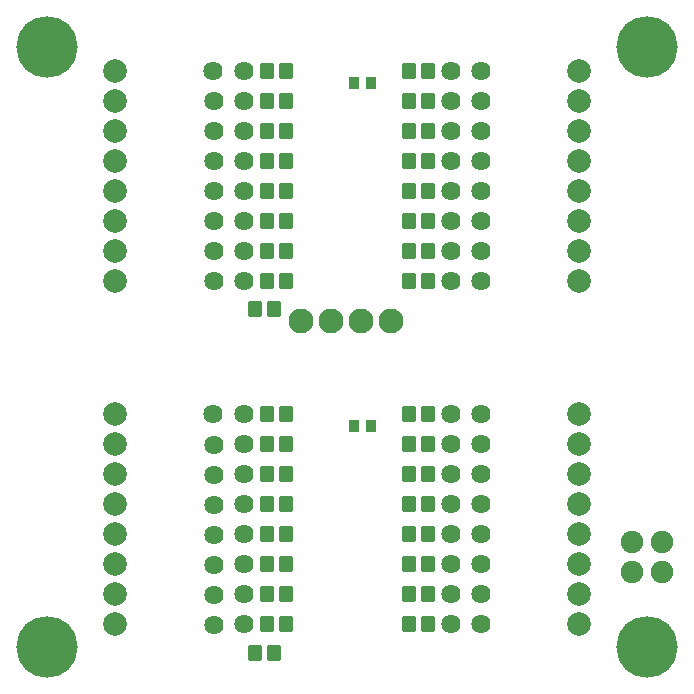
<source format=gbs>
G04 Layer: BottomSolderMaskLayer*
G04 Panelize: , Column: 2, Row: 2, Board Size: 58.42mm x 58.42mm, Panelized Board Size: 118.84mm x 118.84mm*
G04 EasyEDA v6.5.34, 2023-09-05 23:37:52*
G04 71e8e7d8462e44579d9289b60e05a131,5a6b42c53f6a479593ecc07194224c93,10*
G04 Gerber Generator version 0.2*
G04 Scale: 100 percent, Rotated: No, Reflected: No *
G04 Dimensions in millimeters *
G04 leading zeros omitted , absolute positions ,4 integer and 5 decimal *
%FSLAX45Y45*%
%MOMM*%

%AMMACRO1*1,1,$1,$2,$3*1,1,$1,$4,$5*1,1,$1,0-$2,0-$3*1,1,$1,0-$4,0-$5*20,1,$1,$2,$3,$4,$5,0*20,1,$1,$4,$5,0-$2,0-$3,0*20,1,$1,0-$2,0-$3,0-$4,0-$5,0*20,1,$1,0-$4,0-$5,$2,$3,0*4,1,4,$2,$3,$4,$5,0-$2,0-$3,0-$4,0-$5,$2,$3,0*%
%ADD10MACRO1,0.2032X0.5X0.55X-0.5X0.55*%
%ADD11MACRO1,0.1016X-0.4X-0.45X0.4X-0.45*%
%ADD12MACRO1,0.2032X-0.5X-0.55X0.5X-0.55*%
%ADD13C,5.2032*%
%ADD14C,1.6256*%
%ADD15C,2.0016*%
%ADD16C,2.1016*%
%ADD17C,1.9016*%

%LPD*%
D10*
G01*
X2142517Y330200D03*
G01*
X2302517Y330200D03*
G01*
X2142492Y3238500D03*
G01*
X2302492Y3238500D03*
D11*
G01*
X3118001Y2247900D03*
G01*
X2978001Y2247900D03*
G01*
X3117975Y5156200D03*
G01*
X2977976Y5156200D03*
D10*
G01*
X2244090Y823597D03*
G01*
X2404088Y823597D03*
G01*
X2244090Y2093597D03*
G01*
X2404088Y2093597D03*
D12*
G01*
X2404099Y2347597D03*
G01*
X2244101Y2347597D03*
D10*
G01*
X2244090Y1839597D03*
G01*
X2404088Y1839597D03*
G01*
X2244090Y1585600D03*
G01*
X2404088Y1585600D03*
G01*
X2244090Y1331600D03*
G01*
X2404088Y1331600D03*
G01*
X2244090Y1077600D03*
G01*
X2404088Y1077600D03*
D12*
G01*
X2404099Y569600D03*
G01*
X2244101Y569600D03*
G01*
X2244101Y3478291D03*
G01*
X2404099Y3478291D03*
D10*
G01*
X2404088Y3986291D03*
G01*
X2244090Y3986291D03*
G01*
X2404088Y4240291D03*
G01*
X2244090Y4240291D03*
G01*
X2404088Y4494291D03*
G01*
X2244090Y4494291D03*
G01*
X2404088Y4748288D03*
G01*
X2244090Y4748288D03*
D12*
G01*
X2244101Y5256288D03*
G01*
X2404099Y5256288D03*
D10*
G01*
X2404088Y5002288D03*
G01*
X2244090Y5002288D03*
G01*
X2404088Y3732288D03*
G01*
X2244090Y3732288D03*
G01*
X3440666Y5255892D03*
G01*
X3600665Y5255892D03*
D12*
G01*
X3600681Y5001892D03*
G01*
X3440681Y5001892D03*
G01*
X3600681Y4747892D03*
G01*
X3440681Y4747892D03*
G01*
X3600681Y4493892D03*
G01*
X3440681Y4493892D03*
G01*
X3600681Y4239892D03*
G01*
X3440681Y4239892D03*
G01*
X3600681Y3985892D03*
G01*
X3440681Y3985892D03*
G01*
X3600681Y3731892D03*
G01*
X3440681Y3731892D03*
D10*
G01*
X3440666Y3477892D03*
G01*
X3600665Y3477892D03*
G01*
X3440666Y569594D03*
G01*
X3600665Y569594D03*
D12*
G01*
X3600681Y823594D03*
G01*
X3440681Y823594D03*
G01*
X3600681Y1077594D03*
G01*
X3440681Y1077594D03*
G01*
X3600681Y1331594D03*
G01*
X3440681Y1331594D03*
G01*
X3600681Y1585594D03*
G01*
X3440681Y1585594D03*
G01*
X3600681Y1839594D03*
G01*
X3440681Y1839594D03*
G01*
X3600681Y2093594D03*
G01*
X3440681Y2093594D03*
D10*
G01*
X3440666Y2347594D03*
G01*
X3600665Y2347594D03*
D13*
G01*
X5461000Y381000D03*
G01*
X381000Y381000D03*
G01*
X381000Y5461000D03*
G01*
X5461000Y5461000D03*
D14*
G01*
X2044674Y5255920D03*
G01*
X2044674Y4493920D03*
G01*
X1790674Y4491126D03*
G01*
X2044674Y4747920D03*
G01*
X1790674Y4745126D03*
G01*
X1790674Y3475126D03*
G01*
X2044674Y3477920D03*
G01*
X2044674Y3985920D03*
G01*
X1790674Y3983126D03*
G01*
X2044674Y4239920D03*
G01*
X1790674Y4237126D03*
G01*
X1790674Y4999126D03*
G01*
X2044674Y5001920D03*
G01*
X1790674Y3729126D03*
G01*
X2044674Y3731920D03*
G01*
X1787880Y5255920D03*
G01*
X1787905Y2347620D03*
G01*
X2044700Y823620D03*
G01*
X1790700Y820826D03*
G01*
X2044700Y2093620D03*
G01*
X1790700Y2090826D03*
G01*
X1790700Y1328826D03*
G01*
X2044700Y1331620D03*
G01*
X1790700Y1074826D03*
G01*
X2044700Y1077620D03*
G01*
X2044700Y569620D03*
G01*
X1790700Y566826D03*
G01*
X1790700Y1836826D03*
G01*
X2044700Y1839620D03*
G01*
X1790700Y1582826D03*
G01*
X2044700Y1585620D03*
G01*
X2044700Y2347620D03*
D15*
G01*
X956081Y3477920D03*
G01*
X956081Y3731920D03*
G01*
X956081Y3985920D03*
G01*
X956081Y4239920D03*
G01*
X956081Y4493920D03*
G01*
X956081Y4747920D03*
G01*
X956081Y5001920D03*
G01*
X956081Y5255920D03*
G01*
X956106Y2347620D03*
G01*
X956106Y2093620D03*
G01*
X956106Y1839620D03*
G01*
X956106Y1585620D03*
G01*
X956106Y1331620D03*
G01*
X956106Y1077620D03*
G01*
X956106Y823620D03*
G01*
X956106Y569620D03*
G01*
X4885918Y2347595D03*
G01*
X4885918Y2093595D03*
G01*
X4885918Y1839595D03*
G01*
X4885918Y1585595D03*
G01*
X4885918Y1331595D03*
G01*
X4885918Y1077595D03*
G01*
X4885918Y823595D03*
G01*
X4885918Y569595D03*
G01*
X4885893Y3477895D03*
G01*
X4885893Y3731895D03*
G01*
X4885893Y3985895D03*
G01*
X4885893Y4239895D03*
G01*
X4885893Y4493895D03*
G01*
X4885893Y4747895D03*
G01*
X4885893Y5001895D03*
G01*
X4885893Y5255895D03*
D14*
G01*
X3797300Y5255895D03*
G01*
X4054119Y5255895D03*
G01*
X4054119Y5001895D03*
G01*
X3797300Y5001895D03*
G01*
X3797300Y4747895D03*
G01*
X4054119Y4747895D03*
G01*
X4054119Y4493895D03*
G01*
X3797300Y4493895D03*
G01*
X4054119Y4239895D03*
G01*
X3797300Y4239895D03*
G01*
X4054119Y3985895D03*
G01*
X3797300Y3985895D03*
G01*
X4054119Y3731895D03*
G01*
X3797300Y3731895D03*
G01*
X4054119Y3477895D03*
G01*
X3797300Y3477895D03*
G01*
X3797325Y569595D03*
G01*
X4054144Y569595D03*
G01*
X3797325Y823595D03*
G01*
X4054144Y823595D03*
G01*
X3797325Y1077595D03*
G01*
X4054144Y1077595D03*
G01*
X3797325Y1331595D03*
G01*
X4054144Y1331595D03*
G01*
X3797325Y1585595D03*
G01*
X4054144Y1585595D03*
G01*
X4054144Y1839595D03*
G01*
X3797325Y1839595D03*
G01*
X3797325Y2093595D03*
G01*
X4054144Y2093595D03*
G01*
X4054144Y2347595D03*
G01*
X3797325Y2347595D03*
D16*
G01*
X3289300Y3136900D03*
G01*
X2527300Y3136900D03*
G01*
X2781300Y3136900D03*
G01*
X3035300Y3136900D03*
D17*
G01*
X5588000Y1016000D03*
G01*
X5334000Y1016000D03*
G01*
X5334000Y1270000D03*
G01*
X5588000Y1270000D03*
M02*

</source>
